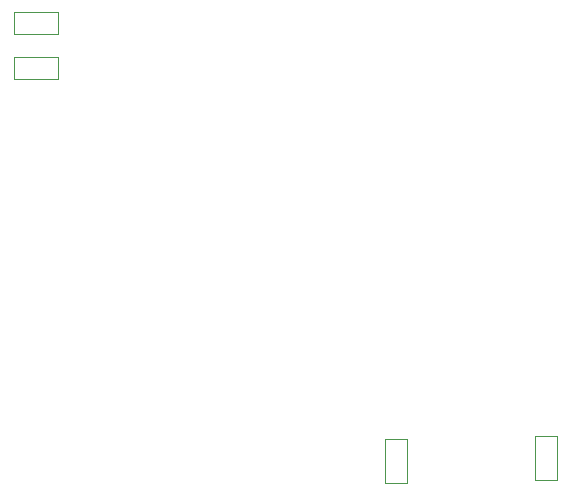
<source format=gbr>
%TF.GenerationSoftware,KiCad,Pcbnew,5.1.5-1.fc31*%
%TF.CreationDate,2020-04-02T16:35:23+02:00*%
%TF.ProjectId,avrisp-mkII-clone,61767269-7370-42d6-9d6b-49492d636c6f,1.0*%
%TF.SameCoordinates,PX54c81a0PY82ce540*%
%TF.FileFunction,Other,User*%
%FSLAX46Y46*%
G04 Gerber Fmt 4.6, Leading zero omitted, Abs format (unit mm)*
G04 Created by KiCad (PCBNEW 5.1.5-1.fc31) date 2020-04-02 16:35:23*
%MOMM*%
%LPD*%
G04 APERTURE LIST*
%ADD10C,0.050000*%
G04 APERTURE END LIST*
D10*
%TO.C,C1*%
X22170000Y49210000D02*
X18470000Y49210000D01*
X22170000Y47310000D02*
X22170000Y49210000D01*
X18470000Y47310000D02*
X22170000Y47310000D01*
X18470000Y49210000D02*
X18470000Y47310000D01*
%TO.C,R1*%
X18470000Y45400000D02*
X18470000Y43500000D01*
X18470000Y43500000D02*
X22170000Y43500000D01*
X22170000Y43500000D02*
X22170000Y45400000D01*
X22170000Y45400000D02*
X18470000Y45400000D01*
%TO.C,R3*%
X64450000Y9580000D02*
X64450000Y13280000D01*
X62550000Y9580000D02*
X64450000Y9580000D01*
X62550000Y13280000D02*
X62550000Y9580000D01*
X64450000Y13280000D02*
X62550000Y13280000D01*
%TO.C,R4*%
X51750000Y13035000D02*
X49850000Y13035000D01*
X49850000Y13035000D02*
X49850000Y9335000D01*
X49850000Y9335000D02*
X51750000Y9335000D01*
X51750000Y9335000D02*
X51750000Y13035000D01*
%TD*%
M02*

</source>
